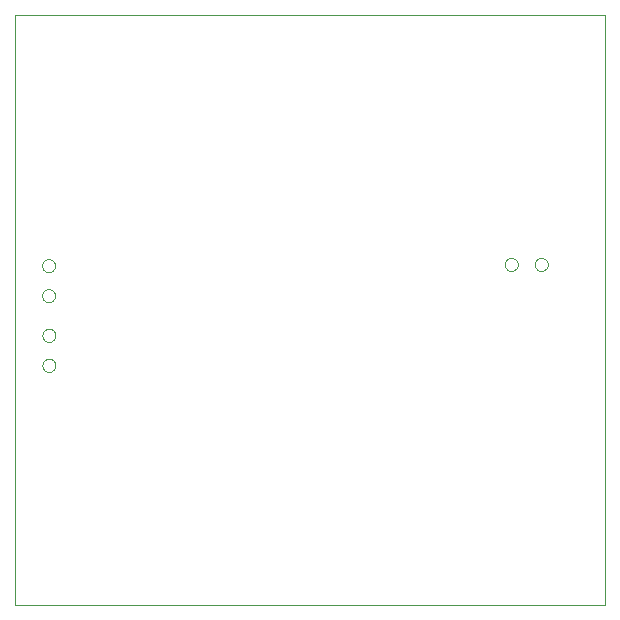
<source format=gtp>
G75*
%MOIN*%
%OFA0B0*%
%FSLAX24Y24*%
%IPPOS*%
%LPD*%
%AMOC8*
5,1,8,0,0,1.08239X$1,22.5*
%
%ADD10C,0.0000*%
D10*
X000285Y000180D02*
X000285Y019865D01*
X019970Y019865D01*
X019970Y000180D01*
X000285Y000180D01*
X001202Y008174D02*
X001204Y008203D01*
X001210Y008231D01*
X001219Y008259D01*
X001232Y008285D01*
X001249Y008308D01*
X001268Y008330D01*
X001290Y008349D01*
X001315Y008364D01*
X001341Y008377D01*
X001369Y008385D01*
X001397Y008390D01*
X001426Y008391D01*
X001455Y008388D01*
X001483Y008381D01*
X001510Y008371D01*
X001536Y008357D01*
X001559Y008340D01*
X001580Y008320D01*
X001598Y008297D01*
X001613Y008272D01*
X001624Y008245D01*
X001632Y008217D01*
X001636Y008188D01*
X001636Y008160D01*
X001632Y008131D01*
X001624Y008103D01*
X001613Y008076D01*
X001598Y008051D01*
X001580Y008028D01*
X001559Y008008D01*
X001536Y007991D01*
X001510Y007977D01*
X001483Y007967D01*
X001455Y007960D01*
X001426Y007957D01*
X001397Y007958D01*
X001369Y007963D01*
X001341Y007971D01*
X001315Y007984D01*
X001290Y007999D01*
X001268Y008018D01*
X001249Y008040D01*
X001232Y008063D01*
X001219Y008089D01*
X001210Y008117D01*
X001204Y008145D01*
X001202Y008174D01*
X001202Y009174D02*
X001204Y009203D01*
X001210Y009231D01*
X001219Y009259D01*
X001232Y009285D01*
X001249Y009308D01*
X001268Y009330D01*
X001290Y009349D01*
X001315Y009364D01*
X001341Y009377D01*
X001369Y009385D01*
X001397Y009390D01*
X001426Y009391D01*
X001455Y009388D01*
X001483Y009381D01*
X001510Y009371D01*
X001536Y009357D01*
X001559Y009340D01*
X001580Y009320D01*
X001598Y009297D01*
X001613Y009272D01*
X001624Y009245D01*
X001632Y009217D01*
X001636Y009188D01*
X001636Y009160D01*
X001632Y009131D01*
X001624Y009103D01*
X001613Y009076D01*
X001598Y009051D01*
X001580Y009028D01*
X001559Y009008D01*
X001536Y008991D01*
X001510Y008977D01*
X001483Y008967D01*
X001455Y008960D01*
X001426Y008957D01*
X001397Y008958D01*
X001369Y008963D01*
X001341Y008971D01*
X001315Y008984D01*
X001290Y008999D01*
X001268Y009018D01*
X001249Y009040D01*
X001232Y009063D01*
X001219Y009089D01*
X001210Y009117D01*
X001204Y009145D01*
X001202Y009174D01*
X001194Y010500D02*
X001196Y010529D01*
X001202Y010557D01*
X001211Y010585D01*
X001224Y010611D01*
X001241Y010634D01*
X001260Y010656D01*
X001282Y010675D01*
X001307Y010690D01*
X001333Y010703D01*
X001361Y010711D01*
X001389Y010716D01*
X001418Y010717D01*
X001447Y010714D01*
X001475Y010707D01*
X001502Y010697D01*
X001528Y010683D01*
X001551Y010666D01*
X001572Y010646D01*
X001590Y010623D01*
X001605Y010598D01*
X001616Y010571D01*
X001624Y010543D01*
X001628Y010514D01*
X001628Y010486D01*
X001624Y010457D01*
X001616Y010429D01*
X001605Y010402D01*
X001590Y010377D01*
X001572Y010354D01*
X001551Y010334D01*
X001528Y010317D01*
X001502Y010303D01*
X001475Y010293D01*
X001447Y010286D01*
X001418Y010283D01*
X001389Y010284D01*
X001361Y010289D01*
X001333Y010297D01*
X001307Y010310D01*
X001282Y010325D01*
X001260Y010344D01*
X001241Y010366D01*
X001224Y010389D01*
X001211Y010415D01*
X001202Y010443D01*
X001196Y010471D01*
X001194Y010500D01*
X001194Y011500D02*
X001196Y011529D01*
X001202Y011557D01*
X001211Y011585D01*
X001224Y011611D01*
X001241Y011634D01*
X001260Y011656D01*
X001282Y011675D01*
X001307Y011690D01*
X001333Y011703D01*
X001361Y011711D01*
X001389Y011716D01*
X001418Y011717D01*
X001447Y011714D01*
X001475Y011707D01*
X001502Y011697D01*
X001528Y011683D01*
X001551Y011666D01*
X001572Y011646D01*
X001590Y011623D01*
X001605Y011598D01*
X001616Y011571D01*
X001624Y011543D01*
X001628Y011514D01*
X001628Y011486D01*
X001624Y011457D01*
X001616Y011429D01*
X001605Y011402D01*
X001590Y011377D01*
X001572Y011354D01*
X001551Y011334D01*
X001528Y011317D01*
X001502Y011303D01*
X001475Y011293D01*
X001447Y011286D01*
X001418Y011283D01*
X001389Y011284D01*
X001361Y011289D01*
X001333Y011297D01*
X001307Y011310D01*
X001282Y011325D01*
X001260Y011344D01*
X001241Y011366D01*
X001224Y011389D01*
X001211Y011415D01*
X001202Y011443D01*
X001196Y011471D01*
X001194Y011500D01*
X016615Y011539D02*
X016617Y011568D01*
X016623Y011596D01*
X016632Y011624D01*
X016645Y011650D01*
X016662Y011673D01*
X016681Y011695D01*
X016703Y011714D01*
X016728Y011729D01*
X016754Y011742D01*
X016782Y011750D01*
X016810Y011755D01*
X016839Y011756D01*
X016868Y011753D01*
X016896Y011746D01*
X016923Y011736D01*
X016949Y011722D01*
X016972Y011705D01*
X016993Y011685D01*
X017011Y011662D01*
X017026Y011637D01*
X017037Y011610D01*
X017045Y011582D01*
X017049Y011553D01*
X017049Y011525D01*
X017045Y011496D01*
X017037Y011468D01*
X017026Y011441D01*
X017011Y011416D01*
X016993Y011393D01*
X016972Y011373D01*
X016949Y011356D01*
X016923Y011342D01*
X016896Y011332D01*
X016868Y011325D01*
X016839Y011322D01*
X016810Y011323D01*
X016782Y011328D01*
X016754Y011336D01*
X016728Y011349D01*
X016703Y011364D01*
X016681Y011383D01*
X016662Y011405D01*
X016645Y011428D01*
X016632Y011454D01*
X016623Y011482D01*
X016617Y011510D01*
X016615Y011539D01*
X017615Y011539D02*
X017617Y011568D01*
X017623Y011596D01*
X017632Y011624D01*
X017645Y011650D01*
X017662Y011673D01*
X017681Y011695D01*
X017703Y011714D01*
X017728Y011729D01*
X017754Y011742D01*
X017782Y011750D01*
X017810Y011755D01*
X017839Y011756D01*
X017868Y011753D01*
X017896Y011746D01*
X017923Y011736D01*
X017949Y011722D01*
X017972Y011705D01*
X017993Y011685D01*
X018011Y011662D01*
X018026Y011637D01*
X018037Y011610D01*
X018045Y011582D01*
X018049Y011553D01*
X018049Y011525D01*
X018045Y011496D01*
X018037Y011468D01*
X018026Y011441D01*
X018011Y011416D01*
X017993Y011393D01*
X017972Y011373D01*
X017949Y011356D01*
X017923Y011342D01*
X017896Y011332D01*
X017868Y011325D01*
X017839Y011322D01*
X017810Y011323D01*
X017782Y011328D01*
X017754Y011336D01*
X017728Y011349D01*
X017703Y011364D01*
X017681Y011383D01*
X017662Y011405D01*
X017645Y011428D01*
X017632Y011454D01*
X017623Y011482D01*
X017617Y011510D01*
X017615Y011539D01*
M02*

</source>
